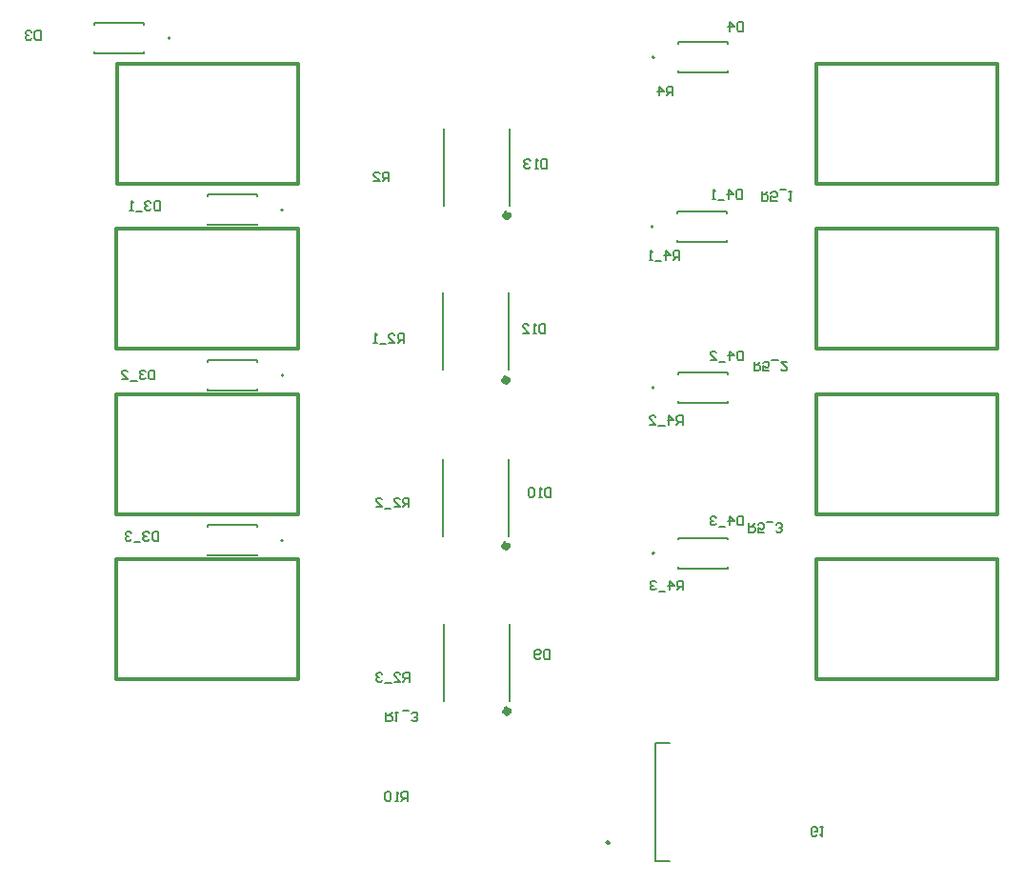
<source format=gbo>
G04*
G04 #@! TF.GenerationSoftware,Altium Limited,Altium Designer,20.0.13 (296)*
G04*
G04 Layer_Color=32896*
%FSLAX44Y44*%
%MOMM*%
G71*
G01*
G75*
%ADD10C,0.2000*%
%ADD11C,0.6096*%
%ADD13C,0.1270*%
%ADD15C,0.3000*%
%ADD71C,0.2500*%
D10*
X150650Y769900D02*
G03*
X150650Y769900I-1000J0D01*
G01*
X580730Y312280D02*
G03*
X580730Y312280I-1000J0D01*
G01*
Y459177D02*
G03*
X580730Y459177I-1000J0D01*
G01*
X579850Y602350D02*
G03*
X579850Y602350I-1000J0D01*
G01*
X580850Y752850D02*
G03*
X580850Y752850I-1000J0D01*
G01*
X251030Y323330D02*
G03*
X251030Y323330I-1000J0D01*
G01*
Y470227D02*
G03*
X251030Y470227I-1000J0D01*
G01*
Y617123D02*
G03*
X251030Y617123I-1000J0D01*
G01*
X581500Y38650D02*
X594000D01*
X581500D02*
Y143650D01*
X594000D01*
X361294Y91866D02*
Y99863D01*
X357295D01*
X355962Y98531D01*
Y95865D01*
X357295Y94532D01*
X361294D01*
X358628D02*
X355962Y91866D01*
X353297D02*
X350631D01*
X351964D01*
Y99863D01*
X353297Y98531D01*
X346632D02*
X345299Y99863D01*
X342633D01*
X341300Y98531D01*
Y93199D01*
X342633Y91866D01*
X345299D01*
X346632Y93199D01*
Y98531D01*
X658728Y635041D02*
Y627044D01*
X654729D01*
X653396Y628377D01*
Y633708D01*
X654729Y635041D01*
X658728D01*
X646732Y627044D02*
Y635041D01*
X650731Y631043D01*
X645399D01*
X642733Y625711D02*
X637402D01*
X634736Y627044D02*
X632070D01*
X633403D01*
Y635041D01*
X634736Y633708D01*
X139912Y331165D02*
Y323168D01*
X135913D01*
X134580Y324501D01*
Y329832D01*
X135913Y331165D01*
X139912D01*
X131915Y329832D02*
X130582Y331165D01*
X127916D01*
X126583Y329832D01*
Y328499D01*
X127916Y327166D01*
X129249D01*
X127916D01*
X126583Y325834D01*
Y324501D01*
X127916Y323168D01*
X130582D01*
X131915Y324501D01*
X123917Y321835D02*
X118586D01*
X115920Y329832D02*
X114587Y331165D01*
X111921D01*
X110588Y329832D01*
Y328499D01*
X111921Y327166D01*
X113254D01*
X111921D01*
X110588Y325834D01*
Y324501D01*
X111921Y323168D01*
X114587D01*
X115920Y324501D01*
X659744Y344973D02*
Y336976D01*
X655745D01*
X654412Y338309D01*
Y343641D01*
X655745Y344973D01*
X659744D01*
X647748Y336976D02*
Y344973D01*
X651747Y340975D01*
X646415D01*
X643749Y335643D02*
X638418D01*
X635752Y343641D02*
X634419Y344973D01*
X631753D01*
X630420Y343641D01*
Y342308D01*
X631753Y340975D01*
X633086D01*
X631753D01*
X630420Y339642D01*
Y338309D01*
X631753Y336976D01*
X634419D01*
X635752Y338309D01*
X342254Y170582D02*
Y162585D01*
X346253D01*
X347586Y163918D01*
Y166583D01*
X346253Y167917D01*
X342254D01*
X344920D02*
X347586Y170582D01*
X350252D02*
X352918D01*
X351585D01*
Y162585D01*
X350252Y163918D01*
X356917Y171915D02*
X362248D01*
X364914Y163918D02*
X366247Y162585D01*
X368913D01*
X370246Y163918D01*
Y165251D01*
X368913Y166583D01*
X367580D01*
X368913D01*
X370246Y167917D01*
Y169249D01*
X368913Y170582D01*
X366247D01*
X364914Y169249D01*
X362912Y197918D02*
Y205915D01*
X358913D01*
X357580Y204582D01*
Y201917D01*
X358913Y200583D01*
X362912D01*
X360246D02*
X357580Y197918D01*
X349583D02*
X354915D01*
X349583Y203249D01*
Y204582D01*
X350916Y205915D01*
X353582D01*
X354915Y204582D01*
X346917Y196585D02*
X341586D01*
X338920Y204582D02*
X337587Y205915D01*
X334921D01*
X333588Y204582D01*
Y203249D01*
X334921Y201917D01*
X336254D01*
X334921D01*
X333588Y200583D01*
Y199251D01*
X334921Y197918D01*
X337587D01*
X338920Y199251D01*
X606412Y279418D02*
Y287415D01*
X602413D01*
X601080Y286082D01*
Y283417D01*
X602413Y282084D01*
X606412D01*
X603746D02*
X601080Y279418D01*
X594416D02*
Y287415D01*
X598414Y283417D01*
X593083D01*
X590417Y278085D02*
X585085D01*
X582420Y286082D02*
X581087Y287415D01*
X578421D01*
X577088Y286082D01*
Y284749D01*
X578421Y283417D01*
X579754D01*
X578421D01*
X577088Y282084D01*
Y280751D01*
X578421Y279418D01*
X581087D01*
X582420Y280751D01*
X664838Y338582D02*
Y330585D01*
X668837D01*
X670170Y331918D01*
Y334584D01*
X668837Y335916D01*
X664838D01*
X667504D02*
X670170Y338582D01*
X678167Y330585D02*
X672835D01*
Y334584D01*
X675501Y333251D01*
X676834D01*
X678167Y334584D01*
Y337249D01*
X676834Y338582D01*
X674168D01*
X672835Y337249D01*
X680833Y339915D02*
X686164D01*
X688830Y331918D02*
X690163Y330585D01*
X692829D01*
X694162Y331918D01*
Y333251D01*
X692829Y334584D01*
X691496D01*
X692829D01*
X694162Y335916D01*
Y337249D01*
X692829Y338582D01*
X690163D01*
X688830Y337249D01*
X136662Y474665D02*
Y466668D01*
X132663D01*
X131330Y468001D01*
Y473332D01*
X132663Y474665D01*
X136662D01*
X128665Y473332D02*
X127332Y474665D01*
X124666D01*
X123333Y473332D01*
Y471999D01*
X124666Y470667D01*
X125999D01*
X124666D01*
X123333Y469334D01*
Y468001D01*
X124666Y466668D01*
X127332D01*
X128665Y468001D01*
X120667Y465335D02*
X115336D01*
X107338Y466668D02*
X112670D01*
X107338Y471999D01*
Y473332D01*
X108671Y474665D01*
X111337D01*
X112670Y473332D01*
X659744Y491785D02*
Y483788D01*
X655745D01*
X654412Y485121D01*
Y490452D01*
X655745Y491785D01*
X659744D01*
X647748Y483788D02*
Y491785D01*
X651747Y487787D01*
X646415D01*
X643749Y482455D02*
X638418D01*
X630420Y483788D02*
X635752D01*
X630420Y489120D01*
Y490452D01*
X631753Y491785D01*
X634419D01*
X635752Y490452D01*
X362662Y353418D02*
Y361415D01*
X358663D01*
X357330Y360082D01*
Y357416D01*
X358663Y356084D01*
X362662D01*
X359996D02*
X357330Y353418D01*
X349333D02*
X354664D01*
X349333Y358749D01*
Y360082D01*
X350666Y361415D01*
X353332D01*
X354664Y360082D01*
X346667Y352085D02*
X341335D01*
X333338Y353418D02*
X338670D01*
X333338Y358749D01*
Y360082D01*
X334671Y361415D01*
X337337D01*
X338670Y360082D01*
X605912Y426418D02*
Y434415D01*
X601913D01*
X600580Y433082D01*
Y430416D01*
X601913Y429084D01*
X605912D01*
X603246D02*
X600580Y426418D01*
X593916D02*
Y434415D01*
X597915Y430416D01*
X592583D01*
X589917Y425085D02*
X584585D01*
X576588Y426418D02*
X581920D01*
X576588Y431749D01*
Y433082D01*
X577921Y434415D01*
X580587D01*
X581920Y433082D01*
X669338Y482332D02*
Y474335D01*
X673337D01*
X674670Y475668D01*
Y478334D01*
X673337Y479666D01*
X669338D01*
X672004D02*
X674670Y482332D01*
X682667Y474335D02*
X677336D01*
Y478334D01*
X680001Y477001D01*
X681334D01*
X682667Y478334D01*
Y480999D01*
X681334Y482332D01*
X678668D01*
X677336Y480999D01*
X685333Y483665D02*
X690665D01*
X698662Y482332D02*
X693330D01*
X698662Y477001D01*
Y475668D01*
X697329Y474335D01*
X694663D01*
X693330Y475668D01*
X141329Y624915D02*
Y616918D01*
X137330D01*
X135997Y618251D01*
Y623582D01*
X137330Y624915D01*
X141329D01*
X133332Y623582D02*
X131999Y624915D01*
X129333D01*
X128000Y623582D01*
Y622249D01*
X129333Y620916D01*
X130666D01*
X129333D01*
X128000Y619584D01*
Y618251D01*
X129333Y616918D01*
X131999D01*
X133332Y618251D01*
X125334Y615585D02*
X120003D01*
X117337Y616918D02*
X114671D01*
X116004D01*
Y624915D01*
X117337Y623582D01*
X358079Y499168D02*
Y507165D01*
X354080D01*
X352747Y505832D01*
Y503167D01*
X354080Y501834D01*
X358079D01*
X355413D02*
X352747Y499168D01*
X344750D02*
X350082D01*
X344750Y504499D01*
Y505832D01*
X346083Y507165D01*
X348749D01*
X350082Y505832D01*
X342084Y497835D02*
X336753D01*
X334087Y499168D02*
X331421D01*
X332754D01*
Y507165D01*
X334087Y505832D01*
X602829Y572918D02*
Y580915D01*
X598830D01*
X597497Y579582D01*
Y576917D01*
X598830Y575584D01*
X602829D01*
X600163D02*
X597497Y572918D01*
X590833D02*
Y580915D01*
X594832Y576917D01*
X589500D01*
X586834Y571585D02*
X581503D01*
X578837Y572918D02*
X576171D01*
X577504D01*
Y580915D01*
X578837Y579582D01*
X676421Y633582D02*
Y625585D01*
X680420D01*
X681753Y626918D01*
Y629584D01*
X680420Y630916D01*
X676421D01*
X679087D02*
X681753Y633582D01*
X689750Y625585D02*
X684418D01*
Y629584D01*
X687084Y628251D01*
X688417D01*
X689750Y629584D01*
Y632249D01*
X688417Y633582D01*
X685751D01*
X684418Y632249D01*
X692416Y634915D02*
X697747D01*
X700413Y633582D02*
X703079D01*
X701746D01*
Y625585D01*
X700413Y626918D01*
X596914Y718751D02*
Y726749D01*
X592916D01*
X591583Y725416D01*
Y722750D01*
X592916Y721417D01*
X596914D01*
X594249D02*
X591583Y718751D01*
X584918D02*
Y726749D01*
X588917Y722750D01*
X583586D01*
X344664Y642751D02*
Y650749D01*
X340666D01*
X339333Y649416D01*
Y646750D01*
X340666Y645417D01*
X344664D01*
X341999D02*
X339333Y642751D01*
X331335D02*
X336667D01*
X331335Y648083D01*
Y649416D01*
X332668Y650749D01*
X335334D01*
X336667Y649416D01*
X725500Y61984D02*
X724167Y60651D01*
X721501D01*
X720168Y61984D01*
Y67316D01*
X721501Y68649D01*
X724167D01*
X725500Y67316D01*
Y64650D01*
X722834D01*
X728166Y68649D02*
X730832D01*
X729499D01*
Y60651D01*
X728166Y61984D01*
X485247Y662249D02*
Y654251D01*
X481248D01*
X479915Y655584D01*
Y660916D01*
X481248Y662249D01*
X485247D01*
X477249Y654251D02*
X474584D01*
X475916D01*
Y662249D01*
X477249Y660916D01*
X470585D02*
X469252Y662249D01*
X466586D01*
X465253Y660916D01*
Y659583D01*
X466586Y658250D01*
X467919D01*
X466586D01*
X465253Y656917D01*
Y655584D01*
X466586Y654251D01*
X469252D01*
X470585Y655584D01*
X483747Y515749D02*
Y507751D01*
X479748D01*
X478415Y509084D01*
Y514416D01*
X479748Y515749D01*
X483747D01*
X475749Y507751D02*
X473084D01*
X474417D01*
Y515749D01*
X475749Y514416D01*
X463753Y507751D02*
X469085D01*
X463753Y513083D01*
Y514416D01*
X465086Y515749D01*
X467752D01*
X469085Y514416D01*
X488747Y369999D02*
Y362001D01*
X484748D01*
X483415Y363334D01*
Y368666D01*
X484748Y369999D01*
X488747D01*
X480749Y362001D02*
X478083D01*
X479416D01*
Y369999D01*
X480749Y368666D01*
X474085D02*
X472752Y369999D01*
X470086D01*
X468753Y368666D01*
Y363334D01*
X470086Y362001D01*
X472752D01*
X474085Y363334D01*
Y368666D01*
X487664Y226249D02*
Y218251D01*
X483666D01*
X482333Y219584D01*
Y224916D01*
X483666Y226249D01*
X487664D01*
X479667Y219584D02*
X478334Y218251D01*
X475668D01*
X474336Y219584D01*
Y224916D01*
X475668Y226249D01*
X478334D01*
X479667Y224916D01*
Y223583D01*
X478334Y222250D01*
X474336D01*
X659744Y784139D02*
Y776142D01*
X655745D01*
X654412Y777475D01*
Y782806D01*
X655745Y784139D01*
X659744D01*
X647748Y776142D02*
Y784139D01*
X651747Y780141D01*
X646415D01*
X35164Y776499D02*
Y768501D01*
X31166D01*
X29833Y769834D01*
Y775166D01*
X31166Y776499D01*
X35164D01*
X27167Y775166D02*
X25834Y776499D01*
X23168D01*
X21835Y775166D01*
Y773833D01*
X23168Y772500D01*
X24501D01*
X23168D01*
X21835Y771167D01*
Y769834D01*
X23168Y768501D01*
X25834D01*
X27167Y769834D01*
D11*
X451170Y171820D02*
G03*
X451170Y171820I-1500J0D01*
G01*
X450170Y318570D02*
G03*
X450170Y318570I-1500J0D01*
G01*
Y466070D02*
G03*
X450170Y466070I-1500J0D01*
G01*
X450920Y612320D02*
G03*
X450920Y612320I-1500J0D01*
G01*
D13*
X83375Y756375D02*
Y758000D01*
Y782000D02*
Y783625D01*
X127125Y756375D02*
Y758000D01*
Y782000D02*
Y783625D01*
X83375Y756375D02*
X127125D01*
X83375Y783625D02*
X127125D01*
X452200Y180700D02*
Y249300D01*
X393800Y180700D02*
Y249300D01*
X451200Y327450D02*
Y396050D01*
X392800Y327450D02*
Y396050D01*
X451200Y474950D02*
Y543550D01*
X392800Y474950D02*
Y543550D01*
X451950Y621200D02*
Y689800D01*
X393550Y621200D02*
Y689800D01*
X602255Y298555D02*
X646005D01*
X602255Y325805D02*
X646005D01*
X602255Y298555D02*
Y300180D01*
Y324180D02*
Y325805D01*
X646005Y298555D02*
Y300180D01*
Y324180D02*
Y325805D01*
X602255Y445452D02*
X646005D01*
X602255Y472702D02*
X646005D01*
X602255Y445452D02*
Y447077D01*
Y471077D02*
Y472702D01*
X646005Y445452D02*
Y447077D01*
Y471077D02*
Y472702D01*
X601375Y588625D02*
X645125D01*
X601375Y615875D02*
X645125D01*
X601375Y588625D02*
Y590250D01*
Y614250D02*
Y615875D01*
X645125Y588625D02*
Y590250D01*
Y614250D02*
Y615875D01*
X602375Y739125D02*
X646125D01*
X602375Y766375D02*
X646125D01*
X602375Y739125D02*
Y740750D01*
Y764750D02*
Y766375D01*
X646125Y739125D02*
Y740750D01*
Y764750D02*
Y766375D01*
X183755Y337055D02*
X227505D01*
X183755Y309805D02*
X227505D01*
Y335430D02*
Y337055D01*
Y309805D02*
Y311430D01*
X183755Y335430D02*
Y337055D01*
Y309805D02*
Y311430D01*
Y483952D02*
X227505D01*
X183755Y456702D02*
X227505D01*
Y482327D02*
Y483952D01*
Y456702D02*
Y458327D01*
X183755Y482327D02*
Y483952D01*
Y456702D02*
Y458327D01*
Y630848D02*
X227505D01*
X183755Y603598D02*
X227505D01*
Y629223D02*
Y630848D01*
Y603598D02*
Y605223D01*
X183755Y629223D02*
Y630848D01*
Y603598D02*
Y605223D01*
D15*
X102850Y200070D02*
X264140D01*
X102850D02*
Y306750D01*
X264140D01*
Y200070D02*
Y306750D01*
X102850Y346967D02*
X264140D01*
X102850D02*
Y453647D01*
X264140D01*
Y346967D02*
Y453647D01*
X102850Y493863D02*
X264140D01*
X102850D02*
Y600543D01*
X264140D01*
Y493863D02*
Y600543D01*
X102970Y640640D02*
X264260D01*
X102970D02*
Y747320D01*
X264260D01*
Y640640D02*
Y747320D01*
X724640Y200070D02*
Y306750D01*
Y200070D02*
X885930D01*
Y306750D01*
X724640D02*
X885930D01*
X724640Y346967D02*
Y453647D01*
Y346967D02*
X885930D01*
Y453647D01*
X724640D02*
X885930D01*
X724640Y493863D02*
Y600543D01*
Y493863D02*
X885930D01*
Y600543D01*
X724640D02*
X885930D01*
X724640Y640760D02*
Y747440D01*
Y640760D02*
X885930D01*
Y747440D01*
X724640D02*
X885930D01*
D71*
X540750Y54750D02*
G03*
X540750Y54750I-1250J0D01*
G01*
M02*

</source>
